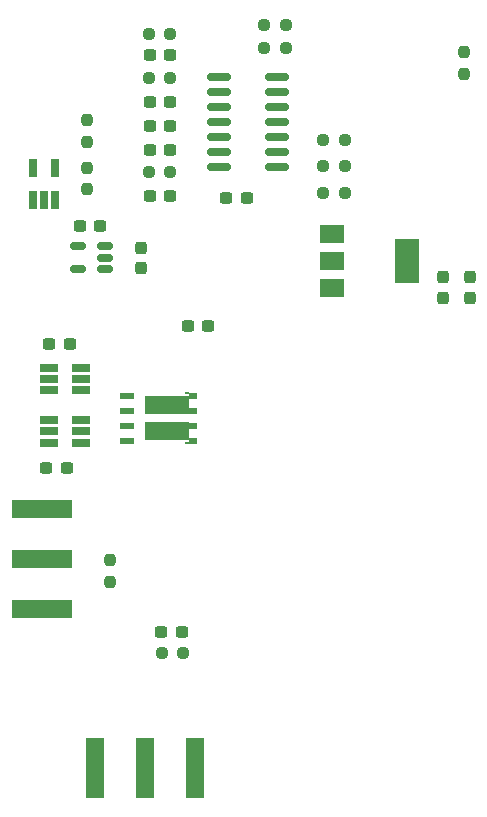
<source format=gtp>
G04 #@! TF.GenerationSoftware,KiCad,Pcbnew,7.0.10*
G04 #@! TF.CreationDate,2024-04-06T15:52:41-07:00*
G04 #@! TF.ProjectId,powerAmp,706f7765-7241-46d7-902e-6b696361645f,rev?*
G04 #@! TF.SameCoordinates,Original*
G04 #@! TF.FileFunction,Paste,Top*
G04 #@! TF.FilePolarity,Positive*
%FSLAX46Y46*%
G04 Gerber Fmt 4.6, Leading zero omitted, Abs format (unit mm)*
G04 Created by KiCad (PCBNEW 7.0.10) date 2024-04-06 15:52:41*
%MOMM*%
%LPD*%
G01*
G04 APERTURE LIST*
G04 Aperture macros list*
%AMRoundRect*
0 Rectangle with rounded corners*
0 $1 Rounding radius*
0 $2 $3 $4 $5 $6 $7 $8 $9 X,Y pos of 4 corners*
0 Add a 4 corners polygon primitive as box body*
4,1,4,$2,$3,$4,$5,$6,$7,$8,$9,$2,$3,0*
0 Add four circle primitives for the rounded corners*
1,1,$1+$1,$2,$3*
1,1,$1+$1,$4,$5*
1,1,$1+$1,$6,$7*
1,1,$1+$1,$8,$9*
0 Add four rect primitives between the rounded corners*
20,1,$1+$1,$2,$3,$4,$5,0*
20,1,$1+$1,$4,$5,$6,$7,0*
20,1,$1+$1,$6,$7,$8,$9,0*
20,1,$1+$1,$8,$9,$2,$3,0*%
G04 Aperture macros list end*
%ADD10R,0.650000X1.560000*%
%ADD11RoundRect,0.237500X0.250000X0.237500X-0.250000X0.237500X-0.250000X-0.237500X0.250000X-0.237500X0*%
%ADD12RoundRect,0.237500X-0.300000X-0.237500X0.300000X-0.237500X0.300000X0.237500X-0.300000X0.237500X0*%
%ADD13RoundRect,0.150000X-0.825000X-0.150000X0.825000X-0.150000X0.825000X0.150000X-0.825000X0.150000X0*%
%ADD14RoundRect,0.237500X-0.250000X-0.237500X0.250000X-0.237500X0.250000X0.237500X-0.250000X0.237500X0*%
%ADD15R,1.560000X0.650000*%
%ADD16RoundRect,0.237500X-0.237500X0.250000X-0.237500X-0.250000X0.237500X-0.250000X0.237500X0.250000X0*%
%ADD17R,2.000000X1.500000*%
%ADD18R,2.000000X3.800000*%
%ADD19R,1.500000X5.080000*%
%ADD20R,1.270000X0.610000*%
%ADD21R,0.710000X0.610000*%
%ADD22R,0.310000X0.255000*%
%ADD23R,3.810000X1.650000*%
%ADD24RoundRect,0.237500X-0.237500X0.300000X-0.237500X-0.300000X0.237500X-0.300000X0.237500X0.300000X0*%
%ADD25RoundRect,0.237500X0.237500X-0.250000X0.237500X0.250000X-0.237500X0.250000X-0.237500X-0.250000X0*%
%ADD26RoundRect,0.237500X0.237500X-0.300000X0.237500X0.300000X-0.237500X0.300000X-0.237500X-0.300000X0*%
%ADD27RoundRect,0.237500X0.300000X0.237500X-0.300000X0.237500X-0.300000X-0.237500X0.300000X-0.237500X0*%
%ADD28R,5.080000X1.500000*%
%ADD29RoundRect,0.150000X0.512500X0.150000X-0.512500X0.150000X-0.512500X-0.150000X0.512500X-0.150000X0*%
G04 APERTURE END LIST*
D10*
X67655000Y-84105000D03*
X68605000Y-84105000D03*
X69555000Y-84105000D03*
X69555000Y-81405000D03*
X67655000Y-81405000D03*
D11*
X80417500Y-122455000D03*
X78592500Y-122455000D03*
D12*
X78542500Y-120655000D03*
X80267500Y-120655000D03*
D13*
X83402400Y-73695000D03*
X83402400Y-74965000D03*
X83402400Y-76235000D03*
X83402400Y-77505000D03*
X83402400Y-78775000D03*
X83402400Y-80045000D03*
X83402400Y-81315000D03*
X88352400Y-81315000D03*
X88352400Y-80045000D03*
X88352400Y-78775000D03*
X88352400Y-77505000D03*
X88352400Y-76235000D03*
X88352400Y-74965000D03*
X88352400Y-73695000D03*
D12*
X80792500Y-94755000D03*
X82517500Y-94755000D03*
D14*
X92242500Y-81255000D03*
X94067500Y-81255000D03*
X92242500Y-79005000D03*
X94067500Y-79005000D03*
X77492500Y-70005000D03*
X79317500Y-70005000D03*
D15*
X69055000Y-98305000D03*
X69055000Y-99255000D03*
X69055000Y-100205000D03*
X71755000Y-100205000D03*
X71755000Y-99255000D03*
X71755000Y-98305000D03*
D16*
X72288400Y-77342500D03*
X72288400Y-79167500D03*
D17*
X93014400Y-86955600D03*
X93014400Y-89255600D03*
X93014400Y-91555600D03*
D18*
X99314400Y-89255600D03*
D19*
X77155000Y-132142500D03*
X81405000Y-132142500D03*
X72905000Y-132142500D03*
D20*
X75640000Y-100650000D03*
X75640000Y-101920000D03*
X75640000Y-103190000D03*
X75640000Y-104460000D03*
D21*
X81260000Y-104460000D03*
D22*
X80750000Y-104637000D03*
D21*
X81260000Y-103190000D03*
D23*
X79000000Y-103685000D03*
D21*
X81260000Y-101920000D03*
D22*
X80750000Y-100473000D03*
D21*
X81260000Y-100650000D03*
D23*
X79000000Y-101425000D03*
D24*
X76835000Y-88113700D03*
X76835000Y-89838700D03*
D11*
X94067500Y-83505000D03*
X92242500Y-83505000D03*
D12*
X77542500Y-77825600D03*
X79267500Y-77825600D03*
D25*
X104155000Y-73417500D03*
X104155000Y-71592500D03*
D11*
X89067500Y-71255000D03*
X87242500Y-71255000D03*
D26*
X102405000Y-92367500D03*
X102405000Y-90642500D03*
D12*
X68792500Y-106755000D03*
X70517500Y-106755000D03*
D11*
X89067500Y-69255000D03*
X87242500Y-69255000D03*
D27*
X73367500Y-86255000D03*
X71642500Y-86255000D03*
D11*
X79317500Y-73755000D03*
X77492500Y-73755000D03*
D27*
X79267500Y-75755000D03*
X77542500Y-75755000D03*
D11*
X79317500Y-81755000D03*
X77492500Y-81755000D03*
D27*
X79267500Y-79857600D03*
X77542500Y-79857600D03*
D12*
X84042500Y-83921600D03*
X85767500Y-83921600D03*
D25*
X74155000Y-116417500D03*
X74155000Y-114592500D03*
D26*
X104655000Y-92367500D03*
X104655000Y-90642500D03*
D15*
X69055000Y-102732800D03*
X69055000Y-103682800D03*
X69055000Y-104632800D03*
X71755000Y-104632800D03*
X71755000Y-103682800D03*
X71755000Y-102732800D03*
D12*
X77542500Y-71856600D03*
X79267500Y-71856600D03*
D16*
X72288400Y-81342500D03*
X72288400Y-83167500D03*
D28*
X68405000Y-114505000D03*
X68405000Y-118755000D03*
X68405000Y-110255000D03*
D12*
X77542500Y-83794600D03*
X79267500Y-83794600D03*
X69042500Y-96255000D03*
X70767500Y-96255000D03*
D29*
X73781500Y-89926200D03*
X73781500Y-88976200D03*
X73781500Y-88026200D03*
X71506500Y-88026200D03*
X71506500Y-89926200D03*
M02*

</source>
